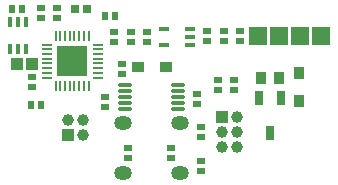
<source format=gbr>
G04 Layer_Color=255*
%FSLAX25Y25*%
%MOIN*%
%TF.FileFunction,Pads,Top*%
%TF.Part,Single*%
G01*
G75*
%TA.AperFunction,SMDPad*%
%ADD10R,0.02559X0.02362*%
%TA.AperFunction,SMDPad*%
%ADD11O,0.00787X0.03937*%
%TA.AperFunction,SMDPad*%
%ADD12O,0.03937X0.00787*%
%TA.AperFunction,SMDPad*%
%ADD13R,0.10433X0.10433*%
%TA.AperFunction,SMDPad*%
%ADD14R,0.03661X0.03858*%
%TA.AperFunction,SMDPad*%
%ADD15R,0.02559X0.04528*%
%TA.AperFunction,SMDPad*%
%ADD16O,0.05315X0.01181*%
%TA.AperFunction,SMDPad*%
%ADD17R,0.02362X0.02559*%
%TA.AperFunction,SMDPad*%
%ADD18R,0.03937X0.03268*%
%TA.AperFunction,SMDPad*%
%ADD19R,0.03268X0.03937*%
%TA.AperFunction,SMDPad*%
%ADD20R,0.01575X0.03347*%
%TA.AperFunction,ConnectorPad*%
%ADD21R,0.03937X0.03937*%
%TA.AperFunction,SMDPad*%
%ADD22R,0.03347X0.01575*%
%TA.AperFunction,ConnectorPad*%
%ADD23R,0.05906X0.05906*%
%TA.AperFunction,ConnectorPad*%
%ADD24R,0.02953X0.02953*%
%TA.AperFunction,ViaPad*%
%ADD30R,0.00394X0.00394*%
%TA.AperFunction,ViaPad*%
%ADD31O,0.05906X0.04724*%
%TA.AperFunction,ViaPad*%
%ADD32R,0.03937X0.03937*%
%TA.AperFunction,ViaPad*%
%ADD33C,0.03937*%
%TA.AperFunction,ViaPad*%
%ADD34R,0.03937X0.03937*%
D10*
X397000Y246673D02*
D03*
Y243327D02*
D03*
X382500Y243327D02*
D03*
Y246673D02*
D03*
X407000Y238827D02*
D03*
Y242173D02*
D03*
X405500Y264673D02*
D03*
Y261327D02*
D03*
X375000Y260327D02*
D03*
Y263673D02*
D03*
X350500Y266827D02*
D03*
Y270173D02*
D03*
X380500Y271327D02*
D03*
Y274673D02*
D03*
X412500Y269173D02*
D03*
Y265827D02*
D03*
X418000Y269173D02*
D03*
Y265827D02*
D03*
X407000Y253673D02*
D03*
Y250327D02*
D03*
X383500Y281827D02*
D03*
Y285173D02*
D03*
X378000Y281827D02*
D03*
Y285173D02*
D03*
X353500Y293173D02*
D03*
Y289827D02*
D03*
X359000Y293173D02*
D03*
Y289827D02*
D03*
X389000Y281827D02*
D03*
Y285173D02*
D03*
X409000Y282327D02*
D03*
Y285673D02*
D03*
X420000Y285673D02*
D03*
Y282327D02*
D03*
X414500Y282327D02*
D03*
Y285673D02*
D03*
D11*
X358488Y267035D02*
D03*
X360063D02*
D03*
X361638D02*
D03*
X363213D02*
D03*
X364787D02*
D03*
X366362D02*
D03*
X367937D02*
D03*
X369512D02*
D03*
Y283965D02*
D03*
X367937D02*
D03*
X366362D02*
D03*
X364787D02*
D03*
X363213D02*
D03*
X361638D02*
D03*
X360063D02*
D03*
X358488D02*
D03*
D12*
X372465Y269988D02*
D03*
Y271563D02*
D03*
Y273138D02*
D03*
Y274713D02*
D03*
Y276287D02*
D03*
Y277862D02*
D03*
Y279437D02*
D03*
Y281012D02*
D03*
X355535D02*
D03*
Y279437D02*
D03*
Y277862D02*
D03*
Y276287D02*
D03*
Y274713D02*
D03*
Y273138D02*
D03*
Y271563D02*
D03*
Y269988D02*
D03*
D13*
X364000Y275500D02*
D03*
D14*
X426968Y270000D02*
D03*
X433032D02*
D03*
D15*
X430000Y251693D02*
D03*
X426260Y263307D02*
D03*
X433740D02*
D03*
D16*
X399260Y259563D02*
D03*
Y261531D02*
D03*
Y263500D02*
D03*
Y265469D02*
D03*
Y267437D02*
D03*
X381740Y259563D02*
D03*
Y261531D02*
D03*
Y263500D02*
D03*
Y265469D02*
D03*
Y267437D02*
D03*
D17*
X353673Y261000D02*
D03*
X350327D02*
D03*
X374827Y290500D02*
D03*
X378173D02*
D03*
X343827Y293000D02*
D03*
X347173D02*
D03*
D18*
X395146Y273500D02*
D03*
X385854D02*
D03*
D19*
X439500Y271646D02*
D03*
Y262354D02*
D03*
D20*
X343441Y279571D02*
D03*
X346000D02*
D03*
X348559D02*
D03*
Y288429D02*
D03*
X346000D02*
D03*
X343441D02*
D03*
D21*
X350500Y274500D02*
D03*
X345500D02*
D03*
D22*
X403429Y280941D02*
D03*
Y283500D02*
D03*
Y286059D02*
D03*
X394571D02*
D03*
Y280941D02*
D03*
D23*
X426000Y284000D02*
D03*
X433000D02*
D03*
X447000D02*
D03*
X440000D02*
D03*
D24*
X369000Y293000D02*
D03*
X365000D02*
D03*
D30*
X405271Y246500D02*
D03*
X375743D02*
D03*
D31*
X381058Y238035D02*
D03*
X399956D02*
D03*
X381058Y254965D02*
D03*
X399956D02*
D03*
D32*
X362507Y251000D02*
D03*
D33*
Y256000D02*
D03*
X367507Y251000D02*
D03*
Y256000D02*
D03*
X419007Y257000D02*
D03*
X414007Y252000D02*
D03*
X419007D02*
D03*
X414007Y247000D02*
D03*
X419007D02*
D03*
D34*
X414007Y257000D02*
D03*
%TF.MD5,1AF0A2F1B8BF53EFF88C7C075997A7FD*%
M02*

</source>
